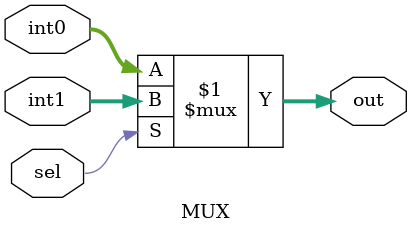
<source format=sv>
module MUX(input [3:0] int1, int0, 
           input sel,
           output [3:0] out);
  assign out = sel ? int1 : int0;
endmodule 

</source>
